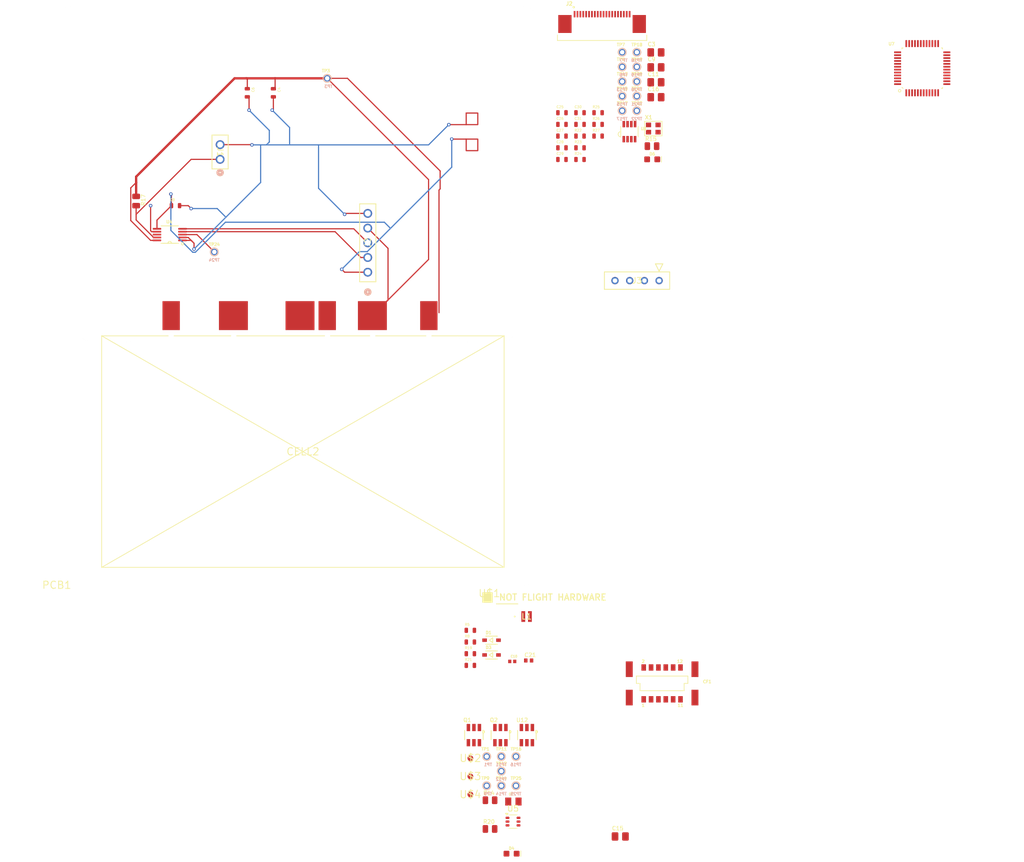
<source format=kicad_pcb>
(kicad_pcb (version 20241229) (generator "pcbnew") (generator_version "9.0")
  (layers (0 "F.Cu" signal) (2 "B.Cu" signal) (13 "F.Paste" user) (15 "B.Paste" user) (5 "F.SilkS" user "F.Silkscreen") (7 "B.SilkS" user "B.Silkscreen") (1 "F.Mask" user) (3 "B.Mask" user) (25 "Edge.Cuts" user))
  (net 0 "")
  (net 1 "3.3V")
  (net 2 "GND")
  (net 3 "VSOLAR")
  (net 4 "Net-(U5-VOUT)")
  (net 5 "Net-(U5-VIN)")
  (net 6 "Net-(U7-PF1-OSC_OUT)")
  (net 7 "Net-(U7-PF0-OSC_IN)")
  (net 8 "Net-(CF1-AUX-Pad7)")
  (net 9 "VBUS")
  (net 10 "CANL")
  (net 11 "/1u_panel-power/~{SHUTDOWN}")
  (net 12 "CANH")
  (net 13 "/1u_panel-power/~{SHDN-3.3V}")
  (net 14 "/1u_panel-power/~{SHDN-OUPUT}")
  (net 15 "Net-(D4-PadA)")
  (net 16 "Net-(D6-PadA)")
  (net 17 "Net-(J2-DEBUG-1)")
  (net 18 "Net-(J2-DEBUG-0)")
  (net 19 "/1u_panel-microcontroller/NRESET")
  (net 21 "Net-(J2-SWO)")
  (net 23 "Net-(J2-VBUSP-Pad1)")
  (net 25 "/1u_panel-microcontroller/PA2{slash}USART2_TX")
  (net 26 "Net-(J2-DEBUG-2)")
  (net 27 "/1u_panel-microcontroller/SWCLK")
  (net 28 "/1u_panel-microcontroller/PA3{slash}USART2_RX")
  (net 29 "/1u_panel-microcontroller/SWDIO")
  (net 31 "Net-(J2-DEBUG-3)")
  (net 32 "Net-(U5-SW)")
  (net 33 "Net-(U12-CTL)")
  (net 34 "Net-(Q2A-G)")
  (net 35 "Net-(Q2A-S)")
  (net 36 "Net-(U5-~{SHDN})")
  (net 37 "Net-(U4-VBUS)")
  (net 38 "V_SOLAR")
  (net 39 "/1u_panel-microcontroller/BOOT0")
  (net 40 "/1u_panel-microcontroller/PA0")
  (net 41 "/1u_panel-microcontroller/SMSN0")
  (net 42 "/1u_panel-microcontroller/SMSN1")
  (net 43 "/1u_panel-microcontroller/SMSN2")
  (net 44 "/1u_panel-microcontroller/SMSN3")
  (net 45 "Net-(U7-PA5)")
  (net 46 "Net-(U12-STAT)")
  (net 47 "Net-(U7-PA6)")
  (net 48 "Net-(U4-ALERT)")
  (net 49 "/1u_panel-microcontroller/CAN_TX")
  (net 50 "/1u_panel-microcontroller/CAN_SHDN")
  (net 51 "/1u_panel-microcontroller/CAN_SILENT")
  (net 52 "/1u_panel-microcontroller/CAN_RX")
  (net 53 "SCL")
  (net 54 "SDA")
  (footprint "1u_panel:.0402-B-NOSILK" (layer "F.Cu") (at 113.286 136.09025)
    (property "Reference" "C21")
    (property "Value" "100n")
  )
  (footprint "1u_panel:.0603-C-NOSILK" (layer "F.Cu") (at 122.156 43.46025)
    (property "Reference" "C31")
    (property "Value" "100n")
  )
  (footprint "1u_panel:1X01" (layer "F.Cu") (at 129.4395 33.52075)
    (property "Reference" "TP8")
    (property "Value" "TEST-POINT-LARGE-SQUARE")
  )
  (footprint "1u_panel:1X01" (layer "F.Cu") (at 131.9665 41.10175)
    (property "Reference" "TP22")
    (property "Value" "TEST-POINT-LARGE-SQUARE")
  )
  (footprint "1u_panel:.0805-B-NOSILK" (layer "F.Cu") (at 135.266 33.60025)
    (property "Reference" "C9")
    (property "Value" "22u")
  )
  (footprint "1u_panel:FLIGHTMARKER_NEW_BOARDS" (layer "F.Cu") (at 105.526 125.81025)
    (property "Reference" "U$1")
    (property "Value" "FLIGHMARKERNEW")
  )
  (footprint "1u_panel:.0603-C-NOSILK" (layer "F.Cu") (at 122.156 45.48025)
    (property "Reference" "R22")
    (property "Value" "10k")
  )
  (footprint "1u_panel:CRYSTAL_2.5X2" (layer "F.Cu") (at 134.8095 44.17375)
    (property "Reference" "X1")
    (property "Value" "ECS-160-10-36Q-ES-TR")
  )
  (footprint "1u_panel:.0603-C-NOSILK" (layer "F.Cu") (at 119.036 41.44025)
    (property "Reference" "C25")
    (property "Value" "100n")
  )
  (footprint "1u_panel:1X01" (layer "F.Cu") (at 131.9665 36.04775)
    (property "Reference" "TP20")
    (property "Value" "TEST-POINT-LARGE-SQUARE")
  )
  (footprint "1u_panel:.0603-C-NOSILK" (layer "F.Cu") (at 69.2 38 -90)
    (property "Reference" "C4")
    (property "Value" "10u")
  )
  (footprint "Package_TO_SOT_SMD:SOT-363_SC-70-6" (layer "F.Cu") (at 110.581 163.93025)
    (property "Reference" "U5")
    (property "Value" "LTC3525D-3.3")
  )
  (footprint "1u_panel:HARWIN-M55-60X1242R" (layer "F.Cu") (at 136.33 140.05)
    (property "Reference" "CF1")
    (property "Value" "M55-6021242R")
  )
  (footprint "1u_panel:.0603-C-NOSILK" (layer "F.Cu") (at 125.276 43.46025)
    (property "Reference" "R26")
    (property "Value" "1k/NP")
  )
  (footprint "1u_panel:.0603-C-NOSILK" (layer "F.Cu") (at 122.156 41.44025)
    (property "Reference" "C30")
    (property "Value" "100n")
  )
  (footprint "1u_panel:STM32F091C" (layer "F.Cu") (at 181.25 33.75)
    (property "Reference" "U7")
    (property "Value" "STM32F091CCT7")
  )
  (footprint "1u_panel:1X01" (layer "F.Cu") (at 108.5665 152.68375)
    (property "Reference" "TP11")
    (property "Value" "TEST-POINT-LARGE-SQUARE")
  )
  (footprint "1u_panel:FIDUCIAL_1MM" (layer "F.Cu") (at 103.220117 152.984367)
    (property "Reference" "U$2")
    (property "Value" "FIDUCIAL")
  )
  (footprint "1u_panel:LED-0603" (layer "F.Cu") (at 110.333 169.47)
    (property "Reference" "D4")
    (property "Value" "GREEN")
  )
  (footprint "1u_panel:1X01" (layer "F.Cu") (at 129.4395 41.10175)
    (property "Reference" "TP17")
    (property "Value" "TEST-POINT-LARGE-SQUARE")
  )
  (footprint "IND_XFL2010_COC:IND_XFL2010_COC" (layer "F.Cu") (at 112.9285 128.5)
    (property "Reference" "L1")
    (property "Value" "XFL2010-682MEC")
  )
  (footprint "1u_panel:1X01" (layer "F.Cu") (at 129.4395 36.04775)
    (property "Reference" "TP13")
    (property "Value" "TEST-POINT-LARGE-SQUARE")
  )
  (footprint "1u_panel:.0603-C-NOSILK" (layer "F.Cu") (at 119.036 47.50025)
    (property "Reference" "C28")
    (property "Value" "20p")
  )
  (footprint "1u_panel:1X01" (layer "F.Cu") (at 131.9665 30.99375)
    (property "Reference" "TP18")
    (property "Value" "TEST-POINT-LARGE-SQUARE")
  )
  (footprint "1u_panel:SPECTROLAB-XTE-SF" (layer "F.Cu") (at 74.3 100)
    (property "Reference" "CELL2")
    (property "Value" "SPECTROLAB-XTE-SF")
  )
  (footprint "1u_panel:LED-0603" (layer "F.Cu") (at 134.623 49.5)
    (property "Reference" "D6")
    (property "Value" "AMBER")
  )
  (footprint "1u_panel:.0603-C-NOSILK" (layer "F.Cu") (at 52.3 57.5)
    (property "Reference" "C8")
    (property "Value" "100n")
  )
  (footprint "1u_panel:.0603-C-NOSILK" (layer "F.Cu") (at 119.036 45.48025)
    (property "Reference" "C27")
    (property "Value" "20p")
  )
  (footprint "1u_panel:.0805-B-NOSILK" (layer "F.Cu") (at 129.1 166.5)
    (property "Reference" "C15")
    (property "Value" "22u")
  )
  (footprint "conn-5pin:CONN5_1LFBN-RC_SUL" (layer "F.Cu") (at 85.5 69 90)
    (property "Reference" "J2")
    (property "Value" "PPTC051LFBN-RC")
  )
  (footprint "J-TE-2-1734592-0:J-TE-2-1734592-0" (layer "F.Cu") (at 125.966 24.41025)
    (property "Reference" "J2")
    (property "Value" "2-1734592-0")
  )
  (footprint "1u_panel:.0603-C-NOSILK" (layer "F.Cu") (at 125.276 45.48025)
    (property "Reference" "R27")
    (property "Value" "1k/NP")
  )
  (footprint "1u_panel:1X01" (layer "F.Cu") (at 131.9665 38.57475)
    (property "Reference" "TP21")
    (property "Value" "TEST-POINT-LARGE-SQUARE")
  )
  (footprint "1u_panel:1X01" (layer "F.Cu") (at 108.5665 155.21075)
    (property "Reference" "TP12")
    (property "Value" "TEST-POINT-LARGE-SQUARE")
  )
  (footprint "1u_panel:.0805-B-NOSILK" (layer "F.Cu") (at 135.266 31.02025)
    (property "Reference" "C3")
    (property "Value" "22u")
  )
  (footprint "1u_panel:.0603-C-NOSILK" (layer "F.Cu") (at 125.276 41.44025)
    (property "Reference" "R25")
    (property "Value" "1k/NP")
  )
  (footprint "1u_panel:SOT23-6" (layer "F.Cu") (at 103.831 148.98525)
    (property "Reference" "Q1")
    (property "Value" "DMP3050LVT-7")
  )
  (footprint "1u_panel:1X01" (layer "F.Cu") (at 106.0395 152.68375)
    (property "Reference" "TP1")
    (property "Value" "TEST-POINT-LARGE-SQUARE")
  )
  (footprint "1u_panel:1X01" (layer "F.Cu") (at 111.0935 152.68375)
    (property "Reference" "TP16")
    (property "Value" "TEST-POINT-LARGE-SQUARE")
  )
  (footprint "1u_panel:FIDUCIAL_1MM" (layer "F.Cu") (at 103.220117 156.112601)
    (property "Reference" "U$3")
    (property "Value" "FIDUCIAL")
  )
  (footprint "1u_panel:1X01" (layer "F.Cu") (at 129.4395 30.99375)
    (property "Reference" "TP7")
    (property "Value" "TEST-POINT-LARGE-SQUARE")
  )
  (footprint "1u_panel:SOT23-8_TI-DCN" (layer "F.Cu") (at 130.6895 44.71025)
    (property "Reference" "U1")
    (property "Value" "TCAN330GDCNT")
  )
  (footprint "1u_panel:.0603-C-NOSILK" (layer "F.Cu") (at 119.036 43.46025)
    (property "Reference" "C26")
    (property "Value" "100n")
  )
  (footprint "1u_panel:.0805-C-NOSILK" (layer "F.Cu") (at 134.586 47.22025)
    (property "Reference" "R15")
    (property "Value" "0")
  )
  (footprint "1u_panel:1X01" (layer "F.Cu") (at 111.0935 157.73775)
    (property "Reference" "TP25")
    (property "Value" "TEST-POINT-LARGE-SQUARE")
  )
  (footprint "1u_panel:1X01" (layer "F.Cu") (at 78.5 35.5)
    (property "Reference" "TP3")
    (property "Value" "TEST-POINT-LARGE-SQUARE")
  )
  (footprint "1u_panel:1X01" (layer "F.Cu") (at 129.4395 38.57475)
    (property "Reference" "TP15")
    (property "Value" "TEST-POINT-LARGE-SQUARE")
  )
  (footprint "GRM219R60J106KE19D:CAPC2012X95N" (layer "F.Cu") (at 110.646 160.46525)
    (property "Reference" "C7")
    (property "Value" "GRM219R60J106KE19D")
  )
  (footprint "GRM155R70J105KA12D:CAPC1005X55N" (layer "F.Cu") (at 110.451 136.25525)
    (property "Reference" "C10")
    (property "Value" "GRM155R70J105KA12D")
  )
  (footprint "1u_panel:DGS10" (layer "F.Cu") (at 51.3 62.5 180)
    (property "Reference" "U4")
    (property "Value" "INA226AIDGSR")
  )
  (footprint "1u_panel:SOD323-R" (layer "F.Cu") (at 106.876 132.58645)
    (property "Reference" "D1")
    (property "Value" "1N4151WS")
  )
  (footprint "1u_panel:1X01" (layer "F.Cu") (at 131.9665 33.52075)
    (property "Reference" "TP19")
    (property "Value" "TEST-POINT-LARGE-SQUARE")
  )
  (footprint "1u_panel:.0805-C-NOSILK" (layer "F.Cu") (at 106.616 165.20025)
    (property "Reference" "R20")
    (property "Value" "0")
  )
  (footprint "1u_panel:.0603-C-NOSILK" (layer "F.Cu") (at 103.216 136.94025)
    (property "Reference" "R21")
    (property "Value" "2.7k")
  )
  (footprint "1u_panel:SOT23-6" (layer "F.Cu") (at 112.981 148.98525)
    (property "Reference" "U12")
    (property "Value" "LTC4412")
  )
  (footprint "1u_panel:1X01" (layer "F.Cu") (at 106.0395 157.73775)
    (property "Reference" "TP9")
    (property "Value" "TEST-POINT-LARGE-SQUARE")
  )
  (footprint "1u_panel:ORESAT-SOLAR-BOARD-V4" (layer "F.Cu") (at 31.786 123.06025)
    (property "Reference" "PCB1")
    (property "Value" "ORESAT-SOLAR-BOARD-V4-SPECTROLABS")
    (fp_line (start 0 -2.5) (end 0 -97.5) (stroke (width 0.001)) (layer "Edge.Cuts"))
    (fp_line (start 2.5 -100) (end 80.5 -100) (stroke (width 0.001)) (layer "Edge.Cuts"))
    (fp_line (start 4 -56) (end 4 -44) (stroke (width 0.001)) (layer "Edge.Cuts"))
    (fp_line (start 6 -42) (end 12 -42) (stroke (width 0.001)) (layer "Edge.Cuts"))
    (fp_line (start 6.5 0) (end 12.75 0) (stroke (width 0.001)) (layer "Edge.Cuts"))
    (fp_line (start 12 -58) (end 6 -58) (stroke (width 0.001)) (layer "Edge.Cuts"))
    (fp_line (start 14 -44) (end 14 -56) (stroke (width 0.001)) (layer "Edge.Cuts"))
    (fp_line (start 28.5 0) (end 36 0) (stroke (width 0.001)) (layer "Edge.Cuts"))
    (fp_line (start 47 0) (end 54.5 0) (stroke (width 0.001)) (layer "Edge.Cuts"))
    (fp_line (start 69 -44) (end 69 -56) (stroke (width 0.001)) (layer "Edge.Cuts"))
    (fp_line (start 70.25 0) (end 76.5 0) (stroke (width 0.001)) (layer "Edge.Cuts"))
    (fp_line (start 71 -58) (end 77 -58) (stroke (width 0.001)) (layer "Edge.Cuts"))
    (fp_line (start 77 -42) (end 71 -42) (stroke (width 0.001)) (layer "Edge.Cuts"))
    (fp_line (start 79 -56) (end 79 -44) (stroke (width 0.001)) (layer "Edge.Cuts"))
    (fp_line (start 80.5 0) (end 2.5 0) (stroke (width 0.001)) (layer "Edge.Cuts"))
    (fp_line (start 83 -97.5) (end 83 -2.5) (stroke (width 0.001)) (layer "Edge.Cuts"))
    (fp_arc (start 0 -97.5) (mid 0.732233 -99.267767) (end 2.5 -100) (stroke (width 0.001)) (layer "Edge.Cuts"))
    (fp_arc (start 2.5 0) (mid 0.732233 -0.732233) (end 0 -2.5) (stroke (width 0.001)) (layer "Edge.Cuts"))
    (fp_arc (start 4 -56) (mid 4.585786 -57.414214) (end 6 -58) (stroke (width 0.001)) (layer "Edge.Cuts"))
    (fp_arc (start 6 -42) (mid 4.585786 -42.585786) (end 4 -44) (stroke (width 0.001)) (layer "Edge.Cuts"))
    (fp_arc (start 12 -58) (mid 13.414214 -57.414214) (end 14 -56) (stroke (width 0.001)) (layer "Edge.Cuts"))
    (fp_arc (start 14 -44) (mid 13.414214 -42.585786) (end 12 -42) (stroke (width 0.001)) (layer "Edge.Cuts"))
    (fp_arc (start 69 -56) (mid 69.585786 -57.414214) (end 71 -58) (stroke (width 0.001)) (layer "Edge.Cuts"))
    (fp_arc (start 71 -42) (mid 69.585786 -42.585786) (end 69 -44) (stroke (width 0.001)) (layer "Edge.Cuts"))
    (fp_arc (start 77 -58) (mid 78.414214 -57.414214) (end 79 -56) (stroke (width 0.001)) (layer "Edge.Cuts"))
    (fp_arc (start 79 -44) (mid 78.414214 -42.585786) (end 77 -42) (stroke (width 0.001)) (layer "Edge.Cuts"))
    (fp_arc (start 80.5 -100) (mid 82.267767 -99.267767) (end 83 -97.5) (stroke (width 0.001)) (layer "Edge.Cuts"))
    (fp_arc (start 83 -2.5) (mid 82.267767 -0.732233) (end 80.5 0) (stroke (width 0.001)) (layer "Edge.Cuts"))
  )
  (footprint "1u_panel:.0805-C-NOSILK" (layer "F.Cu") (at 106.616 160.24025)
    (property "Reference" "R14")
    (property "Value" "0")
  )
  (footprint "1u_panel:.0805-C-NOSILK" (layer "F.Cu") (at 45.5 56.7 -90)
    (property "Reference" "R17")
    (property "Value" "0.1 0805")
  )
  (footprint "1u_panel:.0603-C-NOSILK" (layer "F.Cu") (at 122.156 49.52025)
    (property "Reference" "R24")
    (property "Value" "1k/NP")
  )
  (footprint "1u_panel:SOD323-R" (layer "F.Cu") (at 106.876 135.13885)
    (property "Reference" "D3")
    (property "Value" "1N4151WS")
  )
  (footprint "1u_panel:SOT23-6" (layer "F.Cu") (at 108.406 148.98525)
    (property "Reference" "Q2")
    (property "Value" "DMP2240UDM-7")
  )
  (footprint "conn-2pin:CONN_PPPC021_SUL" (layer "F.Cu") (at 60 49.5 -90)
    (property "Reference" "J1")
    (property "Value" "PPPC021LFBN-RC")
  )
  (footprint "1u_panel:.0603-C-NOSILK" (layer "F.Cu") (at 64.7 38 -90)
    (property "Reference" "C6")
    (property "Value" "100n")
  )
  (footprint "1u_panel:FIDUCIAL_1MM" (layer "F.Cu") (at 103.220117 159.240835)
    (property "Reference" "U$4")
    (property "Value" "FIDUCIAL")
  )
  (footprint "1u_panel:1X01" (layer "F.Cu") (at 108.5665 157.73775)
    (property "Reference" "TP14")
    (property "Value" "TEST-POINT-LARGE-SQUARE")
  )
  (footprint "1u_panel:.0603-C-NOSILK" (layer "F.Cu") (at 119.036 49.52025)
    (property "Reference" "C29")
    (property "Value" "100n")
  )
  (footprint "conn-4pin:CONN_PPTC041LFBN-RC_SUL" (layer "F.Cu") (at 135.8138 70.4538)
    (property "Reference" "J3")
    (property "Value" "PPTC041LFBN-RC")
  )
  (footprint "1u_panel:.0603-C-NOSILK" (layer "F.Cu") (at 103.216 132.90025)
    (property "Reference" "R8")
    (property "Value" "100k")
  )
  (footprint "1u_panel:1X01" (layer "F.Cu") (at 59 65.5)
    (property "Reference" "TP24")
    (property "Value" "TEST-POINT-LARGE-SQUARE")
  )
  (footprint "1u_panel:.0603-C-NOSILK" (layer "F.Cu") (at 103.216 134.92025)
    (property "Reference" "R19")
    (property "Value" "100k")
  )
  (footprint "1u_panel:.0805-B-NOSILK" (layer "F.Cu") (at 135.266 36.18025)
    (property "Reference" "C11")
    (property "Value" "22u")
  )
  (footprint "1u_panel:.0805-B-NOSILK" (layer "F.Cu") (at 135.266 38.76025)
    (property "Reference" "C16")
    (property "Value" "22u")
  )
  (footprint "1u_panel:.0603-C-NOSILK" (layer "F.Cu") (at 122.156 47.50025)
    (property "Reference" "R23")
    (property "Value" "2.7k")
  )
  (footprint "1u_panel:.0603-C-NOSILK" (layer "F.Cu") (at 103.216 130.88025)
    (property "Reference" "R5")
    (property "Value" "200k")
  )
  (gr_rect (start 102.5 46) (end 104.5 48) (stroke (width 0.2)) (fill no) (layer "F.Cu") (net 1))
  (gr_rect (start 102.5 41.5) (end 104.5 43.5) (stroke (width 0.2)) (fill no) (layer "F.Cu") (net 2))
  (segment (start 51.6 57.5) (end 51.6 55.6) (width 0.2) (layer "F.Cu") (net 1))
  (segment (start 49.1 60) (end 51.6 57.5) (width 0.2) (layer "F.Cu") (net 1))
  (segment (start 51.6 55.6) (end 51.5 55.5) (width 0.2) (layer "F.Cu") (net 1))
  (segment (start 85.5 69) (end 81.5 69) (width 0.2) (layer "F.Cu") (net 1))
  (segment (start 100 46) (end 102.5 46) (width 0.2) (layer "F.Cu") (net 1))
  (segment (start 81.5 69) (end 81 68.5) (width 0.2) (layer "F.Cu") (net 1))
  (segment (start 49.1 61.5) (end 49.1 60) (width 0.2) (layer "F.Cu") (net 1))
  (via (at 51.5 55.5) (size 0.6) (drill 0.3) (layers "F.Cu" "B.Cu") (net 1))
  (via (at 100 46) (size 0.6) (drill 0.3) (layers "F.Cu" "B.Cu") (net 1))
  (via (at 81 68.5) (size 0.6) (drill 0.3) (layers "F.Cu" "B.Cu") (net 1))
  (segment (start 85.411393 65.4446) (end 89.427996 61.427996) (width 0.2) (layer "B.Cu") (net 1))
  (segment (start 89.427996 61.427996) (end 88.3646 60.3646) (width 0.2) (layer "B.Cu") (net 1))
  (segment (start 55.729226 65.5534) (end 55.270774 65.5534) (width 0.2) (layer "B.Cu") (net 1))
  (segment (start 55.270774 65.5534) (end 51.5 61.782626) (width 0.2) (layer "B.Cu") (net 1))
  (segment (start 89.427996 61.427996) (end 100 50.855993) (width 0.2) (layer "B.Cu") (net 1))
  (segment (start 60.918026 60.3646) (end 55.729226 65.5534) (width 0.2) (layer "B.Cu") (net 1))
  (segment (start 81 68.5) (end 84.0554 65.4446) (width 0.2) (layer "B.Cu") (net 1))
  (segment (start 100 50.855993) (end 100 46) (width 0.2) (layer "B.Cu") (net 1))
  (segment (start 84.0554 65.4446) (end 85.411393 65.4446) (width 0.2) (layer "B.Cu") (net 1))
  (segment (start 51.5 61.782626) (end 51.5 55.5) (width 0.2) (layer "B.Cu") (net 1))
  (segment (start 88.3646 60.3646) (end 60.918026 60.3646) (width 0.2) (layer "B.Cu") (net 1))
  (segment (start 81.66 58.84) (end 81.5 59) (width 0.2) (layer "F.Cu") (net 2))
  (segment (start 48 61.825) (end 48 57.5) (width 0.2) (layer "F.Cu") (net 2))
  (segment (start 65 39) (end 65 41) (width 0.2) (layer "F.Cu") (net 2))
  (segment (start 55.5 64) (end 55.5 65) (width 0.2) (layer "F.Cu") (net 2))
  (segment (start 48.175 62) (end 48 61.825) (width 0.2) (layer "F.Cu") (net 2))
  (segment (start 60 46.96) (end 65.46 46.96) (width 0.2) (layer "F.Cu") (net 2))
  (segment (start 85.5 58.84) (end 81.66 58.84) (width 0.2) (layer "F.Cu") (net 2))
  (segment (start 99.5 43.5) (end 102.5 43.5) (width 0.2) (layer "F.Cu") (net 2))
  (segment (start 54.5 57.5) (end 55 58) (width 0.2) (layer "F.Cu") (net 2))
  (segment (start 54.5 63) (end 55.25 63.75) (width 0.2) (layer "F.Cu") (net 2))
  (segment (start 64.7 38.7) (end 65 39) (width 0.2) (layer "F.Cu") (net 2))
  (segment (start 53.5 63.5) (end 55 63.5) (width 0.2) (layer "F.Cu") (net 2))
  (segment (start 49.1 62) (end 48.175 62) (width 0.2) (layer "F.Cu") (net 2))
  (segment (start 53.5 63) (end 54.5 63) (width 0.2) (layer "F.Cu") (net 2))
  (segment (start 55.25 63.75) (end 55.5 64) (width 0.2) (layer "F.Cu") (net 2))
  (segment (start 53 57.5) (end 54.5 57.5) (width 0.2) (layer "F.Cu") (net 2))
  (segment (start 69.2 40.8) (end 69 41) (width 0.2) (layer "F.Cu") (net 2))
  (segment (start 55 63.5) (end 55.25 63.75) (width 0.2) (layer "F.Cu") (net 2))
  (segment (start 69.2 38.7) (end 69.2 40.8) (width 0.2) (layer "F.Cu") (net 2))
  (segment (start 65.46 46.96) (end 65.5 47) (width 0.2) (layer "F.Cu") (net 2))
  (via (at 65 41) (size 0.6) (drill 0.3) (layers "F.Cu" "B.Cu") (net 2))
  (via (at 48 57.5) (size 0.6) (drill 0.3) (layers "F.Cu" "B.Cu") (net 2))
  (via (at 55 58) (size 0.6) (drill 0.3) (layers "F.Cu" "B.Cu") (net 2))
  (via (at 99.5 43.5) (size 0.6) (drill 0.3) (layers "F.Cu" "B.Cu") (net 2))
  (via (at 55.5 65) (size 0.6) (drill 0.3) (layers "F.Cu" "B.Cu") (net 2))
  (via (at 81.5 59) (size 0.6) (drill 0.3) (layers "F.Cu" "B.Cu") (net 2))
  (via (at 65.5 47) (size 0.6) (drill 0.3) (layers "F.Cu" "B.Cu") (net 2))
  (via (at 69 41) (size 0.6) (drill 0.3) (layers "F.Cu" "B.Cu") (net 2))
  (segment (start 72 44) (end 72 47) (width 0.2) (layer "B.Cu") (net 2))
  (segment (start 55.5 65) (end 61 59.5) (width 0.2) (layer "B.Cu") (net 2))
  (segment (start 72 47) (end 77 47) (width 0.2) (layer "B.Cu") (net 2))
  (segment (start 65 41) (end 68.5 44.5) (width 0.2) (layer "B.Cu") (net 2))
  (segment (start 68.5 44.5) (end 68.5 46.5) (width 0.2) (layer "B.Cu") (net 2))
  (segment (start 81.5 59) (end 77 54.5) (width 0.2) (layer "B.Cu") (net 2))
  (segment (start 59.5 58) (end 61 59.5) (width 0.2) (layer "B.Cu") (net 2))
  (segment (start 77 54.5) (end 77 47) (width 0.2) (layer "B.Cu") (net 2))
  (segment (start 68.5 46.5) (end 68 47) (width 0.2) (layer "B.Cu") (net 2))
  (segment (start 67 47) (end 68 47) (width 0.2) (layer "B.Cu") (net 2))
  (segment (start 65.5 47) (end 67 47) (width 0.2) (layer "B.Cu") (net 2))
  (segment (start 96 47) (end 99.5 43.5) (width 0.2) (layer "B.Cu") (net 2))
  (segment (start 68 47) (end 72 47) (width 0.2) (layer "B.Cu") (net 2))
  (segment (start 55 58) (end 59.5 58) (width 0.2) (layer "B.Cu") (net 2))
  (segment (start 67 53.5) (end 67 47) (width 0.2) (layer "B.Cu") (net 2))
  (segment (start 69 41) (end 72 44) (width 0.2) (layer "B.Cu") (net 2))
  (segment (start 77 47) (end 96 47) (width 0.2) (layer "B.Cu") (net 2))
  (segment (start 61 59.5) (end 67 53.5) (width 0.2) (layer "B.Cu") (net 2))
  (segment (start 69.2 37.3) (end 69.5 37) (width 0.2) (layer "F.Cu") (net 3))
  (segment (start 85.5 61.38) (end 89 64.88) (width 0.2) (layer "F.Cu") (net 3))
  (segment (start 45.5 52.5) (end 62.5 35.5) (width 0.4) (layer "F.Cu") (net 3))
  (segment (start 45.5 55.9) (end 45.5 53.5) (width 0.4) (layer "F.Cu") (net 3))
  (segment (start 96 66.8) (end 86.3 76.5) (width 0.2) (layer "F.Cu") (net 3))
  (segment (start 78.5 35.5) (end 96 53) (width 0.2) (layer "F.Cu") (net 3))
  (segment (start 98 51.5) (end 98 54.6068) (width 0.2) (layer "F.Cu") (net 3))
  (segment (start 64.7 37.3) (end 64.7 35.7) (width 0.2) (layer "F.Cu") (net 3))
  (segment (start 69.5 35.5) (end 78.5 35.5) (width 0.4) (layer "F.Cu") (net 3))
  (segment (start 44.5716 54.4284) (end 45.5 53.5) (width 0.2) (layer "F.Cu") (net 3))
  (segment (start 48 63.5) (end 44.5716 60.0716) (width 0.2) (layer "F.Cu") (net 3))
  (segment (start 44.5716 60.0716) (end 44.5716 54.4284) (width 0.2) (layer "F.Cu") (net 3))
  (segment (start 82 35.5) (end 98 51.5) (width 0.2) (layer "F.Cu") (net 3))
  (segment (start 97.8034 54.8034) (end 97.8034 76) (width 0.2) (layer "F.Cu") (net 3))
  (segment (start 49.1 63.5) (end 48 63.5) (width 0.2) (layer "F.Cu") (net 3))
  (segment (start 64.5 35.5) (end 69.5 35.5) (width 0.4) (layer "F.Cu") (net 3))
  (segment (start 69.5 37) (end 69.5 35.5) (width 0.2) (layer "F.Cu") (net 3))
  (segment (start 45.5 53.5) (end 45.5 52.5) (width 0.4) (layer "F.Cu") (net 3))
  (segment (start 64.7 35.7) (end 64.5 35.5) (width 0.2) (layer "F.Cu") (net 3))
  (segment (start 78.5 35.5) (end 82 35.5) (width 0.2) (layer "F.Cu") (net 3))
  (segment (start 98 54.6068) (end 97.8034 54.8034) (width 0.2) (layer "F.Cu") (net 3))
  (segment (start 89 64.88) (end 89 73.8) (width 0.2) (layer "F.Cu") (net 3))
  (segment (start 62.5 35.5) (end 64.5 35.5) (width 0.4) (layer "F.Cu") (net 3))
  (segment (start 96 53) (end 96 66.8) (width 0.2) (layer "F.Cu") (net 3))
  (segment (start 89 73.8) (end 86.3 76.5) (width 0.2) (layer "F.Cu") (net 3))
  (segment (start 48.525 63) (end 45.5 59.975) (width 0.2) (layer "F.Cu") (net 37))
  (segment (start 55 49.5) (end 60 49.5) (width 0.2) (layer "F.Cu") (net 37))
  (segment (start 45.5 59) (end 45.5 57.5) (width 0.2) (layer "F.Cu") (net 37))
  (segment (start 45.5 59.975) (end 45.5 59) (width 0.2) (layer "F.Cu") (net 37))
  (segment (start 45.5 59) (end 55 49.5) (width 0.2) (layer "F.Cu") (net 37))
  (segment (start 49.1 63) (end 48.525 63) (width 0.2) (layer "F.Cu") (net 37))
  (segment (start 53.5 62.5) (end 56 62.5) (width 0.2) (layer "F.Cu") (net 48))
  (segment (start 56 62.5) (end 59 65.5) (width 0.2) (layer "F.Cu") (net 48))
  (segment (start 83.08 61.5) (end 85.5 63.92) (width 0.2) (layer "F.Cu") (net 53))
  (segment (start 53.5 61.5) (end 83.08 61.5) (width 0.2) (layer "F.Cu") (net 53))
  (segment (start 79.855993 62) (end 84.315993 66.46) (width 0.2) (layer "F.Cu") (net 54))
  (segment (start 53.5 62) (end 79.855993 62) (width 0.2) (layer "F.Cu") (net 54))
  (segment (start 84.315993 66.46) (end 85.5 66.46) (width 0.2) (layer "F.Cu") (net 54))
)
</source>
